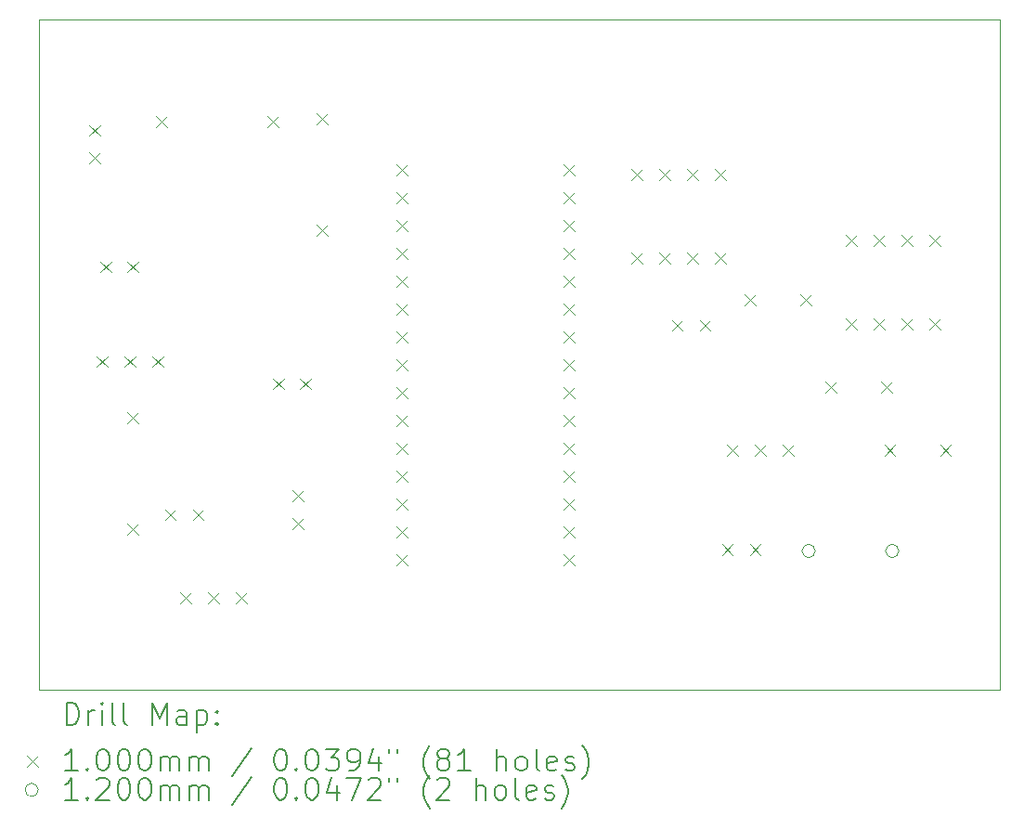
<source format=gbr>
%TF.GenerationSoftware,KiCad,Pcbnew,(6.0.7)*%
%TF.CreationDate,2023-04-14T13:01:03-04:00*%
%TF.ProjectId,NPN Tracer V2a,4e504e20-5472-4616-9365-72205632612e,rev?*%
%TF.SameCoordinates,Original*%
%TF.FileFunction,Drillmap*%
%TF.FilePolarity,Positive*%
%FSLAX45Y45*%
G04 Gerber Fmt 4.5, Leading zero omitted, Abs format (unit mm)*
G04 Created by KiCad (PCBNEW (6.0.7)) date 2023-04-14 13:01:03*
%MOMM*%
%LPD*%
G01*
G04 APERTURE LIST*
%ADD10C,0.100000*%
%ADD11C,0.200000*%
%ADD12C,0.120000*%
G04 APERTURE END LIST*
D10*
X4679950Y-6673850D02*
X13442950Y-6673850D01*
X13442950Y-6673850D02*
X13442950Y-12788900D01*
X13442950Y-12788900D02*
X4679950Y-12788900D01*
X4679950Y-12788900D02*
X4679950Y-6673850D01*
D11*
D10*
X5137950Y-7633500D02*
X5237950Y-7733500D01*
X5237950Y-7633500D02*
X5137950Y-7733500D01*
X5137950Y-7883500D02*
X5237950Y-7983500D01*
X5237950Y-7883500D02*
X5137950Y-7983500D01*
X5207800Y-9741700D02*
X5307800Y-9841700D01*
X5307800Y-9741700D02*
X5207800Y-9841700D01*
X5238585Y-8878100D02*
X5338585Y-8978100D01*
X5338585Y-8878100D02*
X5238585Y-8978100D01*
X5461800Y-9741700D02*
X5561800Y-9841700D01*
X5561800Y-9741700D02*
X5461800Y-9841700D01*
X5487200Y-10256050D02*
X5587200Y-10356050D01*
X5587200Y-10256050D02*
X5487200Y-10356050D01*
X5487200Y-11272050D02*
X5587200Y-11372050D01*
X5587200Y-11272050D02*
X5487200Y-11372050D01*
X5488585Y-8878100D02*
X5588585Y-8978100D01*
X5588585Y-8878100D02*
X5488585Y-8978100D01*
X5715800Y-9741700D02*
X5815800Y-9841700D01*
X5815800Y-9741700D02*
X5715800Y-9841700D01*
X5747550Y-7550950D02*
X5847550Y-7650950D01*
X5847550Y-7550950D02*
X5747550Y-7650950D01*
X5830600Y-11138700D02*
X5930600Y-11238700D01*
X5930600Y-11138700D02*
X5830600Y-11238700D01*
X5969300Y-11899950D02*
X6069300Y-11999950D01*
X6069300Y-11899950D02*
X5969300Y-11999950D01*
X6084600Y-11138700D02*
X6184600Y-11238700D01*
X6184600Y-11138700D02*
X6084600Y-11238700D01*
X6223300Y-11899950D02*
X6323300Y-11999950D01*
X6323300Y-11899950D02*
X6223300Y-11999950D01*
X6477300Y-11899950D02*
X6577300Y-11999950D01*
X6577300Y-11899950D02*
X6477300Y-11999950D01*
X6763550Y-7550950D02*
X6863550Y-7650950D01*
X6863550Y-7550950D02*
X6763550Y-7650950D01*
X6813385Y-9944900D02*
X6913385Y-10044900D01*
X6913385Y-9944900D02*
X6813385Y-10044900D01*
X6992150Y-10967250D02*
X7092150Y-11067250D01*
X7092150Y-10967250D02*
X6992150Y-11067250D01*
X6992150Y-11217250D02*
X7092150Y-11317250D01*
X7092150Y-11217250D02*
X6992150Y-11317250D01*
X7063385Y-9944900D02*
X7163385Y-10044900D01*
X7163385Y-9944900D02*
X7063385Y-10044900D01*
X7214400Y-7525550D02*
X7314400Y-7625550D01*
X7314400Y-7525550D02*
X7214400Y-7625550D01*
X7214400Y-8541550D02*
X7314400Y-8641550D01*
X7314400Y-8541550D02*
X7214400Y-8641550D01*
X7944650Y-7995450D02*
X8044650Y-8095450D01*
X8044650Y-7995450D02*
X7944650Y-8095450D01*
X7944650Y-8249450D02*
X8044650Y-8349450D01*
X8044650Y-8249450D02*
X7944650Y-8349450D01*
X7944650Y-8503450D02*
X8044650Y-8603450D01*
X8044650Y-8503450D02*
X7944650Y-8603450D01*
X7944650Y-8757450D02*
X8044650Y-8857450D01*
X8044650Y-8757450D02*
X7944650Y-8857450D01*
X7944650Y-9011450D02*
X8044650Y-9111450D01*
X8044650Y-9011450D02*
X7944650Y-9111450D01*
X7944650Y-9265450D02*
X8044650Y-9365450D01*
X8044650Y-9265450D02*
X7944650Y-9365450D01*
X7944650Y-9519450D02*
X8044650Y-9619450D01*
X8044650Y-9519450D02*
X7944650Y-9619450D01*
X7944650Y-9773450D02*
X8044650Y-9873450D01*
X8044650Y-9773450D02*
X7944650Y-9873450D01*
X7944650Y-10027450D02*
X8044650Y-10127450D01*
X8044650Y-10027450D02*
X7944650Y-10127450D01*
X7944650Y-10281450D02*
X8044650Y-10381450D01*
X8044650Y-10281450D02*
X7944650Y-10381450D01*
X7944650Y-10535450D02*
X8044650Y-10635450D01*
X8044650Y-10535450D02*
X7944650Y-10635450D01*
X7944650Y-10789450D02*
X8044650Y-10889450D01*
X8044650Y-10789450D02*
X7944650Y-10889450D01*
X7944650Y-11043450D02*
X8044650Y-11143450D01*
X8044650Y-11043450D02*
X7944650Y-11143450D01*
X7944650Y-11297450D02*
X8044650Y-11397450D01*
X8044650Y-11297450D02*
X7944650Y-11397450D01*
X7944650Y-11551450D02*
X8044650Y-11651450D01*
X8044650Y-11551450D02*
X7944650Y-11651450D01*
X9468650Y-7995450D02*
X9568650Y-8095450D01*
X9568650Y-7995450D02*
X9468650Y-8095450D01*
X9468650Y-8249450D02*
X9568650Y-8349450D01*
X9568650Y-8249450D02*
X9468650Y-8349450D01*
X9468650Y-8503450D02*
X9568650Y-8603450D01*
X9568650Y-8503450D02*
X9468650Y-8603450D01*
X9468650Y-8757450D02*
X9568650Y-8857450D01*
X9568650Y-8757450D02*
X9468650Y-8857450D01*
X9468650Y-9011450D02*
X9568650Y-9111450D01*
X9568650Y-9011450D02*
X9468650Y-9111450D01*
X9468650Y-9265450D02*
X9568650Y-9365450D01*
X9568650Y-9265450D02*
X9468650Y-9365450D01*
X9468650Y-9519450D02*
X9568650Y-9619450D01*
X9568650Y-9519450D02*
X9468650Y-9619450D01*
X9468650Y-9773450D02*
X9568650Y-9873450D01*
X9568650Y-9773450D02*
X9468650Y-9873450D01*
X9468650Y-10027450D02*
X9568650Y-10127450D01*
X9568650Y-10027450D02*
X9468650Y-10127450D01*
X9468650Y-10281450D02*
X9568650Y-10381450D01*
X9568650Y-10281450D02*
X9468650Y-10381450D01*
X9468650Y-10535450D02*
X9568650Y-10635450D01*
X9568650Y-10535450D02*
X9468650Y-10635450D01*
X9468650Y-10789450D02*
X9568650Y-10889450D01*
X9568650Y-10789450D02*
X9468650Y-10889450D01*
X9468650Y-11043450D02*
X9568650Y-11143450D01*
X9568650Y-11043450D02*
X9468650Y-11143450D01*
X9468650Y-11297450D02*
X9568650Y-11397450D01*
X9568650Y-11297450D02*
X9468650Y-11397450D01*
X9468650Y-11551450D02*
X9568650Y-11651450D01*
X9568650Y-11551450D02*
X9468650Y-11651450D01*
X10083600Y-8034550D02*
X10183600Y-8134550D01*
X10183600Y-8034550D02*
X10083600Y-8134550D01*
X10083600Y-8796550D02*
X10183600Y-8896550D01*
X10183600Y-8796550D02*
X10083600Y-8896550D01*
X10337600Y-8034550D02*
X10437600Y-8134550D01*
X10437600Y-8034550D02*
X10337600Y-8134550D01*
X10337600Y-8796550D02*
X10437600Y-8896550D01*
X10437600Y-8796550D02*
X10337600Y-8896550D01*
X10452900Y-9411500D02*
X10552900Y-9511500D01*
X10552900Y-9411500D02*
X10452900Y-9511500D01*
X10591600Y-8034550D02*
X10691600Y-8134550D01*
X10691600Y-8034550D02*
X10591600Y-8134550D01*
X10591600Y-8796550D02*
X10691600Y-8896550D01*
X10691600Y-8796550D02*
X10591600Y-8896550D01*
X10706900Y-9411500D02*
X10806900Y-9511500D01*
X10806900Y-9411500D02*
X10706900Y-9511500D01*
X10845600Y-8034550D02*
X10945600Y-8134550D01*
X10945600Y-8034550D02*
X10845600Y-8134550D01*
X10845600Y-8796550D02*
X10945600Y-8896550D01*
X10945600Y-8796550D02*
X10845600Y-8896550D01*
X10909600Y-11456200D02*
X11009600Y-11556200D01*
X11009600Y-11456200D02*
X10909600Y-11556200D01*
X10954550Y-10553100D02*
X11054550Y-10653100D01*
X11054550Y-10553100D02*
X10954550Y-10653100D01*
X11118300Y-9176550D02*
X11218300Y-9276550D01*
X11218300Y-9176550D02*
X11118300Y-9276550D01*
X11163600Y-11456200D02*
X11263600Y-11556200D01*
X11263600Y-11456200D02*
X11163600Y-11556200D01*
X11208550Y-10553100D02*
X11308550Y-10653100D01*
X11308550Y-10553100D02*
X11208550Y-10653100D01*
X11462550Y-10553100D02*
X11562550Y-10653100D01*
X11562550Y-10553100D02*
X11462550Y-10653100D01*
X11626300Y-9176550D02*
X11726300Y-9276550D01*
X11726300Y-9176550D02*
X11626300Y-9276550D01*
X11856250Y-9976650D02*
X11956250Y-10076650D01*
X11956250Y-9976650D02*
X11856250Y-10076650D01*
X12041400Y-8636800D02*
X12141400Y-8736800D01*
X12141400Y-8636800D02*
X12041400Y-8736800D01*
X12041400Y-9398800D02*
X12141400Y-9498800D01*
X12141400Y-9398800D02*
X12041400Y-9498800D01*
X12295400Y-8636800D02*
X12395400Y-8736800D01*
X12395400Y-8636800D02*
X12295400Y-8736800D01*
X12295400Y-9398800D02*
X12395400Y-9498800D01*
X12395400Y-9398800D02*
X12295400Y-9498800D01*
X12364250Y-9976650D02*
X12464250Y-10076650D01*
X12464250Y-9976650D02*
X12364250Y-10076650D01*
X12391000Y-10548150D02*
X12491000Y-10648150D01*
X12491000Y-10548150D02*
X12391000Y-10648150D01*
X12549400Y-8636800D02*
X12649400Y-8736800D01*
X12649400Y-8636800D02*
X12549400Y-8736800D01*
X12549400Y-9398800D02*
X12649400Y-9498800D01*
X12649400Y-9398800D02*
X12549400Y-9498800D01*
X12803400Y-8636800D02*
X12903400Y-8736800D01*
X12903400Y-8636800D02*
X12803400Y-8736800D01*
X12803400Y-9398800D02*
X12903400Y-9498800D01*
X12903400Y-9398800D02*
X12803400Y-9498800D01*
X12899000Y-10548150D02*
X12999000Y-10648150D01*
X12999000Y-10548150D02*
X12899000Y-10648150D01*
D12*
X11761550Y-11518900D02*
G75*
G03*
X11761550Y-11518900I-60000J0D01*
G01*
X12523550Y-11518900D02*
G75*
G03*
X12523550Y-11518900I-60000J0D01*
G01*
D11*
X4932569Y-13104376D02*
X4932569Y-12904376D01*
X4980188Y-12904376D01*
X5008760Y-12913900D01*
X5027807Y-12932948D01*
X5037331Y-12951995D01*
X5046855Y-12990090D01*
X5046855Y-13018662D01*
X5037331Y-13056757D01*
X5027807Y-13075805D01*
X5008760Y-13094852D01*
X4980188Y-13104376D01*
X4932569Y-13104376D01*
X5132569Y-13104376D02*
X5132569Y-12971043D01*
X5132569Y-13009138D02*
X5142093Y-12990090D01*
X5151617Y-12980567D01*
X5170664Y-12971043D01*
X5189712Y-12971043D01*
X5256379Y-13104376D02*
X5256379Y-12971043D01*
X5256379Y-12904376D02*
X5246855Y-12913900D01*
X5256379Y-12923424D01*
X5265902Y-12913900D01*
X5256379Y-12904376D01*
X5256379Y-12923424D01*
X5380188Y-13104376D02*
X5361140Y-13094852D01*
X5351617Y-13075805D01*
X5351617Y-12904376D01*
X5484950Y-13104376D02*
X5465902Y-13094852D01*
X5456379Y-13075805D01*
X5456379Y-12904376D01*
X5713521Y-13104376D02*
X5713521Y-12904376D01*
X5780188Y-13047233D01*
X5846855Y-12904376D01*
X5846855Y-13104376D01*
X6027807Y-13104376D02*
X6027807Y-12999614D01*
X6018283Y-12980567D01*
X5999236Y-12971043D01*
X5961140Y-12971043D01*
X5942093Y-12980567D01*
X6027807Y-13094852D02*
X6008759Y-13104376D01*
X5961140Y-13104376D01*
X5942093Y-13094852D01*
X5932569Y-13075805D01*
X5932569Y-13056757D01*
X5942093Y-13037709D01*
X5961140Y-13028186D01*
X6008759Y-13028186D01*
X6027807Y-13018662D01*
X6123045Y-12971043D02*
X6123045Y-13171043D01*
X6123045Y-12980567D02*
X6142093Y-12971043D01*
X6180188Y-12971043D01*
X6199236Y-12980567D01*
X6208759Y-12990090D01*
X6218283Y-13009138D01*
X6218283Y-13066281D01*
X6208759Y-13085328D01*
X6199236Y-13094852D01*
X6180188Y-13104376D01*
X6142093Y-13104376D01*
X6123045Y-13094852D01*
X6303998Y-13085328D02*
X6313521Y-13094852D01*
X6303998Y-13104376D01*
X6294474Y-13094852D01*
X6303998Y-13085328D01*
X6303998Y-13104376D01*
X6303998Y-12980567D02*
X6313521Y-12990090D01*
X6303998Y-12999614D01*
X6294474Y-12990090D01*
X6303998Y-12980567D01*
X6303998Y-12999614D01*
D10*
X4574950Y-13383900D02*
X4674950Y-13483900D01*
X4674950Y-13383900D02*
X4574950Y-13483900D01*
D11*
X5037331Y-13524376D02*
X4923045Y-13524376D01*
X4980188Y-13524376D02*
X4980188Y-13324376D01*
X4961140Y-13352948D01*
X4942093Y-13371995D01*
X4923045Y-13381519D01*
X5123045Y-13505328D02*
X5132569Y-13514852D01*
X5123045Y-13524376D01*
X5113521Y-13514852D01*
X5123045Y-13505328D01*
X5123045Y-13524376D01*
X5256379Y-13324376D02*
X5275426Y-13324376D01*
X5294474Y-13333900D01*
X5303998Y-13343424D01*
X5313521Y-13362471D01*
X5323045Y-13400567D01*
X5323045Y-13448186D01*
X5313521Y-13486281D01*
X5303998Y-13505328D01*
X5294474Y-13514852D01*
X5275426Y-13524376D01*
X5256379Y-13524376D01*
X5237331Y-13514852D01*
X5227807Y-13505328D01*
X5218283Y-13486281D01*
X5208760Y-13448186D01*
X5208760Y-13400567D01*
X5218283Y-13362471D01*
X5227807Y-13343424D01*
X5237331Y-13333900D01*
X5256379Y-13324376D01*
X5446855Y-13324376D02*
X5465902Y-13324376D01*
X5484950Y-13333900D01*
X5494474Y-13343424D01*
X5503998Y-13362471D01*
X5513521Y-13400567D01*
X5513521Y-13448186D01*
X5503998Y-13486281D01*
X5494474Y-13505328D01*
X5484950Y-13514852D01*
X5465902Y-13524376D01*
X5446855Y-13524376D01*
X5427807Y-13514852D01*
X5418283Y-13505328D01*
X5408760Y-13486281D01*
X5399236Y-13448186D01*
X5399236Y-13400567D01*
X5408760Y-13362471D01*
X5418283Y-13343424D01*
X5427807Y-13333900D01*
X5446855Y-13324376D01*
X5637331Y-13324376D02*
X5656378Y-13324376D01*
X5675426Y-13333900D01*
X5684950Y-13343424D01*
X5694474Y-13362471D01*
X5703998Y-13400567D01*
X5703998Y-13448186D01*
X5694474Y-13486281D01*
X5684950Y-13505328D01*
X5675426Y-13514852D01*
X5656378Y-13524376D01*
X5637331Y-13524376D01*
X5618283Y-13514852D01*
X5608759Y-13505328D01*
X5599236Y-13486281D01*
X5589712Y-13448186D01*
X5589712Y-13400567D01*
X5599236Y-13362471D01*
X5608759Y-13343424D01*
X5618283Y-13333900D01*
X5637331Y-13324376D01*
X5789712Y-13524376D02*
X5789712Y-13391043D01*
X5789712Y-13410090D02*
X5799236Y-13400567D01*
X5818283Y-13391043D01*
X5846855Y-13391043D01*
X5865902Y-13400567D01*
X5875426Y-13419614D01*
X5875426Y-13524376D01*
X5875426Y-13419614D02*
X5884950Y-13400567D01*
X5903998Y-13391043D01*
X5932569Y-13391043D01*
X5951617Y-13400567D01*
X5961140Y-13419614D01*
X5961140Y-13524376D01*
X6056378Y-13524376D02*
X6056378Y-13391043D01*
X6056378Y-13410090D02*
X6065902Y-13400567D01*
X6084950Y-13391043D01*
X6113521Y-13391043D01*
X6132569Y-13400567D01*
X6142093Y-13419614D01*
X6142093Y-13524376D01*
X6142093Y-13419614D02*
X6151617Y-13400567D01*
X6170664Y-13391043D01*
X6199236Y-13391043D01*
X6218283Y-13400567D01*
X6227807Y-13419614D01*
X6227807Y-13524376D01*
X6618283Y-13314852D02*
X6446855Y-13571995D01*
X6875426Y-13324376D02*
X6894474Y-13324376D01*
X6913521Y-13333900D01*
X6923045Y-13343424D01*
X6932569Y-13362471D01*
X6942093Y-13400567D01*
X6942093Y-13448186D01*
X6932569Y-13486281D01*
X6923045Y-13505328D01*
X6913521Y-13514852D01*
X6894474Y-13524376D01*
X6875426Y-13524376D01*
X6856378Y-13514852D01*
X6846855Y-13505328D01*
X6837331Y-13486281D01*
X6827807Y-13448186D01*
X6827807Y-13400567D01*
X6837331Y-13362471D01*
X6846855Y-13343424D01*
X6856378Y-13333900D01*
X6875426Y-13324376D01*
X7027807Y-13505328D02*
X7037331Y-13514852D01*
X7027807Y-13524376D01*
X7018283Y-13514852D01*
X7027807Y-13505328D01*
X7027807Y-13524376D01*
X7161140Y-13324376D02*
X7180188Y-13324376D01*
X7199236Y-13333900D01*
X7208759Y-13343424D01*
X7218283Y-13362471D01*
X7227807Y-13400567D01*
X7227807Y-13448186D01*
X7218283Y-13486281D01*
X7208759Y-13505328D01*
X7199236Y-13514852D01*
X7180188Y-13524376D01*
X7161140Y-13524376D01*
X7142093Y-13514852D01*
X7132569Y-13505328D01*
X7123045Y-13486281D01*
X7113521Y-13448186D01*
X7113521Y-13400567D01*
X7123045Y-13362471D01*
X7132569Y-13343424D01*
X7142093Y-13333900D01*
X7161140Y-13324376D01*
X7294474Y-13324376D02*
X7418283Y-13324376D01*
X7351617Y-13400567D01*
X7380188Y-13400567D01*
X7399236Y-13410090D01*
X7408759Y-13419614D01*
X7418283Y-13438662D01*
X7418283Y-13486281D01*
X7408759Y-13505328D01*
X7399236Y-13514852D01*
X7380188Y-13524376D01*
X7323045Y-13524376D01*
X7303998Y-13514852D01*
X7294474Y-13505328D01*
X7513521Y-13524376D02*
X7551617Y-13524376D01*
X7570664Y-13514852D01*
X7580188Y-13505328D01*
X7599236Y-13476757D01*
X7608759Y-13438662D01*
X7608759Y-13362471D01*
X7599236Y-13343424D01*
X7589712Y-13333900D01*
X7570664Y-13324376D01*
X7532569Y-13324376D01*
X7513521Y-13333900D01*
X7503998Y-13343424D01*
X7494474Y-13362471D01*
X7494474Y-13410090D01*
X7503998Y-13429138D01*
X7513521Y-13438662D01*
X7532569Y-13448186D01*
X7570664Y-13448186D01*
X7589712Y-13438662D01*
X7599236Y-13429138D01*
X7608759Y-13410090D01*
X7780188Y-13391043D02*
X7780188Y-13524376D01*
X7732569Y-13314852D02*
X7684950Y-13457709D01*
X7808759Y-13457709D01*
X7875426Y-13324376D02*
X7875426Y-13362471D01*
X7951617Y-13324376D02*
X7951617Y-13362471D01*
X8246855Y-13600567D02*
X8237331Y-13591043D01*
X8218283Y-13562471D01*
X8208759Y-13543424D01*
X8199236Y-13514852D01*
X8189712Y-13467233D01*
X8189712Y-13429138D01*
X8199236Y-13381519D01*
X8208759Y-13352948D01*
X8218283Y-13333900D01*
X8237331Y-13305328D01*
X8246855Y-13295805D01*
X8351617Y-13410090D02*
X8332569Y-13400567D01*
X8323045Y-13391043D01*
X8313521Y-13371995D01*
X8313521Y-13362471D01*
X8323045Y-13343424D01*
X8332569Y-13333900D01*
X8351617Y-13324376D01*
X8389712Y-13324376D01*
X8408760Y-13333900D01*
X8418283Y-13343424D01*
X8427807Y-13362471D01*
X8427807Y-13371995D01*
X8418283Y-13391043D01*
X8408760Y-13400567D01*
X8389712Y-13410090D01*
X8351617Y-13410090D01*
X8332569Y-13419614D01*
X8323045Y-13429138D01*
X8313521Y-13448186D01*
X8313521Y-13486281D01*
X8323045Y-13505328D01*
X8332569Y-13514852D01*
X8351617Y-13524376D01*
X8389712Y-13524376D01*
X8408760Y-13514852D01*
X8418283Y-13505328D01*
X8427807Y-13486281D01*
X8427807Y-13448186D01*
X8418283Y-13429138D01*
X8408760Y-13419614D01*
X8389712Y-13410090D01*
X8618283Y-13524376D02*
X8503998Y-13524376D01*
X8561140Y-13524376D02*
X8561140Y-13324376D01*
X8542093Y-13352948D01*
X8523045Y-13371995D01*
X8503998Y-13381519D01*
X8856379Y-13524376D02*
X8856379Y-13324376D01*
X8942093Y-13524376D02*
X8942093Y-13419614D01*
X8932569Y-13400567D01*
X8913521Y-13391043D01*
X8884950Y-13391043D01*
X8865902Y-13400567D01*
X8856379Y-13410090D01*
X9065902Y-13524376D02*
X9046855Y-13514852D01*
X9037331Y-13505328D01*
X9027807Y-13486281D01*
X9027807Y-13429138D01*
X9037331Y-13410090D01*
X9046855Y-13400567D01*
X9065902Y-13391043D01*
X9094474Y-13391043D01*
X9113521Y-13400567D01*
X9123045Y-13410090D01*
X9132569Y-13429138D01*
X9132569Y-13486281D01*
X9123045Y-13505328D01*
X9113521Y-13514852D01*
X9094474Y-13524376D01*
X9065902Y-13524376D01*
X9246855Y-13524376D02*
X9227807Y-13514852D01*
X9218283Y-13495805D01*
X9218283Y-13324376D01*
X9399236Y-13514852D02*
X9380188Y-13524376D01*
X9342093Y-13524376D01*
X9323045Y-13514852D01*
X9313521Y-13495805D01*
X9313521Y-13419614D01*
X9323045Y-13400567D01*
X9342093Y-13391043D01*
X9380188Y-13391043D01*
X9399236Y-13400567D01*
X9408760Y-13419614D01*
X9408760Y-13438662D01*
X9313521Y-13457709D01*
X9484950Y-13514852D02*
X9503998Y-13524376D01*
X9542093Y-13524376D01*
X9561140Y-13514852D01*
X9570664Y-13495805D01*
X9570664Y-13486281D01*
X9561140Y-13467233D01*
X9542093Y-13457709D01*
X9513521Y-13457709D01*
X9494474Y-13448186D01*
X9484950Y-13429138D01*
X9484950Y-13419614D01*
X9494474Y-13400567D01*
X9513521Y-13391043D01*
X9542093Y-13391043D01*
X9561140Y-13400567D01*
X9637331Y-13600567D02*
X9646855Y-13591043D01*
X9665902Y-13562471D01*
X9675426Y-13543424D01*
X9684950Y-13514852D01*
X9694474Y-13467233D01*
X9694474Y-13429138D01*
X9684950Y-13381519D01*
X9675426Y-13352948D01*
X9665902Y-13333900D01*
X9646855Y-13305328D01*
X9637331Y-13295805D01*
D12*
X4674950Y-13697900D02*
G75*
G03*
X4674950Y-13697900I-60000J0D01*
G01*
D11*
X5037331Y-13788376D02*
X4923045Y-13788376D01*
X4980188Y-13788376D02*
X4980188Y-13588376D01*
X4961140Y-13616948D01*
X4942093Y-13635995D01*
X4923045Y-13645519D01*
X5123045Y-13769328D02*
X5132569Y-13778852D01*
X5123045Y-13788376D01*
X5113521Y-13778852D01*
X5123045Y-13769328D01*
X5123045Y-13788376D01*
X5208760Y-13607424D02*
X5218283Y-13597900D01*
X5237331Y-13588376D01*
X5284950Y-13588376D01*
X5303998Y-13597900D01*
X5313521Y-13607424D01*
X5323045Y-13626471D01*
X5323045Y-13645519D01*
X5313521Y-13674090D01*
X5199236Y-13788376D01*
X5323045Y-13788376D01*
X5446855Y-13588376D02*
X5465902Y-13588376D01*
X5484950Y-13597900D01*
X5494474Y-13607424D01*
X5503998Y-13626471D01*
X5513521Y-13664567D01*
X5513521Y-13712186D01*
X5503998Y-13750281D01*
X5494474Y-13769328D01*
X5484950Y-13778852D01*
X5465902Y-13788376D01*
X5446855Y-13788376D01*
X5427807Y-13778852D01*
X5418283Y-13769328D01*
X5408760Y-13750281D01*
X5399236Y-13712186D01*
X5399236Y-13664567D01*
X5408760Y-13626471D01*
X5418283Y-13607424D01*
X5427807Y-13597900D01*
X5446855Y-13588376D01*
X5637331Y-13588376D02*
X5656378Y-13588376D01*
X5675426Y-13597900D01*
X5684950Y-13607424D01*
X5694474Y-13626471D01*
X5703998Y-13664567D01*
X5703998Y-13712186D01*
X5694474Y-13750281D01*
X5684950Y-13769328D01*
X5675426Y-13778852D01*
X5656378Y-13788376D01*
X5637331Y-13788376D01*
X5618283Y-13778852D01*
X5608759Y-13769328D01*
X5599236Y-13750281D01*
X5589712Y-13712186D01*
X5589712Y-13664567D01*
X5599236Y-13626471D01*
X5608759Y-13607424D01*
X5618283Y-13597900D01*
X5637331Y-13588376D01*
X5789712Y-13788376D02*
X5789712Y-13655043D01*
X5789712Y-13674090D02*
X5799236Y-13664567D01*
X5818283Y-13655043D01*
X5846855Y-13655043D01*
X5865902Y-13664567D01*
X5875426Y-13683614D01*
X5875426Y-13788376D01*
X5875426Y-13683614D02*
X5884950Y-13664567D01*
X5903998Y-13655043D01*
X5932569Y-13655043D01*
X5951617Y-13664567D01*
X5961140Y-13683614D01*
X5961140Y-13788376D01*
X6056378Y-13788376D02*
X6056378Y-13655043D01*
X6056378Y-13674090D02*
X6065902Y-13664567D01*
X6084950Y-13655043D01*
X6113521Y-13655043D01*
X6132569Y-13664567D01*
X6142093Y-13683614D01*
X6142093Y-13788376D01*
X6142093Y-13683614D02*
X6151617Y-13664567D01*
X6170664Y-13655043D01*
X6199236Y-13655043D01*
X6218283Y-13664567D01*
X6227807Y-13683614D01*
X6227807Y-13788376D01*
X6618283Y-13578852D02*
X6446855Y-13835995D01*
X6875426Y-13588376D02*
X6894474Y-13588376D01*
X6913521Y-13597900D01*
X6923045Y-13607424D01*
X6932569Y-13626471D01*
X6942093Y-13664567D01*
X6942093Y-13712186D01*
X6932569Y-13750281D01*
X6923045Y-13769328D01*
X6913521Y-13778852D01*
X6894474Y-13788376D01*
X6875426Y-13788376D01*
X6856378Y-13778852D01*
X6846855Y-13769328D01*
X6837331Y-13750281D01*
X6827807Y-13712186D01*
X6827807Y-13664567D01*
X6837331Y-13626471D01*
X6846855Y-13607424D01*
X6856378Y-13597900D01*
X6875426Y-13588376D01*
X7027807Y-13769328D02*
X7037331Y-13778852D01*
X7027807Y-13788376D01*
X7018283Y-13778852D01*
X7027807Y-13769328D01*
X7027807Y-13788376D01*
X7161140Y-13588376D02*
X7180188Y-13588376D01*
X7199236Y-13597900D01*
X7208759Y-13607424D01*
X7218283Y-13626471D01*
X7227807Y-13664567D01*
X7227807Y-13712186D01*
X7218283Y-13750281D01*
X7208759Y-13769328D01*
X7199236Y-13778852D01*
X7180188Y-13788376D01*
X7161140Y-13788376D01*
X7142093Y-13778852D01*
X7132569Y-13769328D01*
X7123045Y-13750281D01*
X7113521Y-13712186D01*
X7113521Y-13664567D01*
X7123045Y-13626471D01*
X7132569Y-13607424D01*
X7142093Y-13597900D01*
X7161140Y-13588376D01*
X7399236Y-13655043D02*
X7399236Y-13788376D01*
X7351617Y-13578852D02*
X7303998Y-13721709D01*
X7427807Y-13721709D01*
X7484950Y-13588376D02*
X7618283Y-13588376D01*
X7532569Y-13788376D01*
X7684950Y-13607424D02*
X7694474Y-13597900D01*
X7713521Y-13588376D01*
X7761140Y-13588376D01*
X7780188Y-13597900D01*
X7789712Y-13607424D01*
X7799236Y-13626471D01*
X7799236Y-13645519D01*
X7789712Y-13674090D01*
X7675426Y-13788376D01*
X7799236Y-13788376D01*
X7875426Y-13588376D02*
X7875426Y-13626471D01*
X7951617Y-13588376D02*
X7951617Y-13626471D01*
X8246855Y-13864567D02*
X8237331Y-13855043D01*
X8218283Y-13826471D01*
X8208759Y-13807424D01*
X8199236Y-13778852D01*
X8189712Y-13731233D01*
X8189712Y-13693138D01*
X8199236Y-13645519D01*
X8208759Y-13616948D01*
X8218283Y-13597900D01*
X8237331Y-13569328D01*
X8246855Y-13559805D01*
X8313521Y-13607424D02*
X8323045Y-13597900D01*
X8342093Y-13588376D01*
X8389712Y-13588376D01*
X8408760Y-13597900D01*
X8418283Y-13607424D01*
X8427807Y-13626471D01*
X8427807Y-13645519D01*
X8418283Y-13674090D01*
X8303998Y-13788376D01*
X8427807Y-13788376D01*
X8665902Y-13788376D02*
X8665902Y-13588376D01*
X8751617Y-13788376D02*
X8751617Y-13683614D01*
X8742093Y-13664567D01*
X8723045Y-13655043D01*
X8694474Y-13655043D01*
X8675426Y-13664567D01*
X8665902Y-13674090D01*
X8875426Y-13788376D02*
X8856379Y-13778852D01*
X8846855Y-13769328D01*
X8837331Y-13750281D01*
X8837331Y-13693138D01*
X8846855Y-13674090D01*
X8856379Y-13664567D01*
X8875426Y-13655043D01*
X8903998Y-13655043D01*
X8923045Y-13664567D01*
X8932569Y-13674090D01*
X8942093Y-13693138D01*
X8942093Y-13750281D01*
X8932569Y-13769328D01*
X8923045Y-13778852D01*
X8903998Y-13788376D01*
X8875426Y-13788376D01*
X9056379Y-13788376D02*
X9037331Y-13778852D01*
X9027807Y-13759805D01*
X9027807Y-13588376D01*
X9208760Y-13778852D02*
X9189712Y-13788376D01*
X9151617Y-13788376D01*
X9132569Y-13778852D01*
X9123045Y-13759805D01*
X9123045Y-13683614D01*
X9132569Y-13664567D01*
X9151617Y-13655043D01*
X9189712Y-13655043D01*
X9208760Y-13664567D01*
X9218283Y-13683614D01*
X9218283Y-13702662D01*
X9123045Y-13721709D01*
X9294474Y-13778852D02*
X9313521Y-13788376D01*
X9351617Y-13788376D01*
X9370664Y-13778852D01*
X9380188Y-13759805D01*
X9380188Y-13750281D01*
X9370664Y-13731233D01*
X9351617Y-13721709D01*
X9323045Y-13721709D01*
X9303998Y-13712186D01*
X9294474Y-13693138D01*
X9294474Y-13683614D01*
X9303998Y-13664567D01*
X9323045Y-13655043D01*
X9351617Y-13655043D01*
X9370664Y-13664567D01*
X9446855Y-13864567D02*
X9456379Y-13855043D01*
X9475426Y-13826471D01*
X9484950Y-13807424D01*
X9494474Y-13778852D01*
X9503998Y-13731233D01*
X9503998Y-13693138D01*
X9494474Y-13645519D01*
X9484950Y-13616948D01*
X9475426Y-13597900D01*
X9456379Y-13569328D01*
X9446855Y-13559805D01*
M02*

</source>
